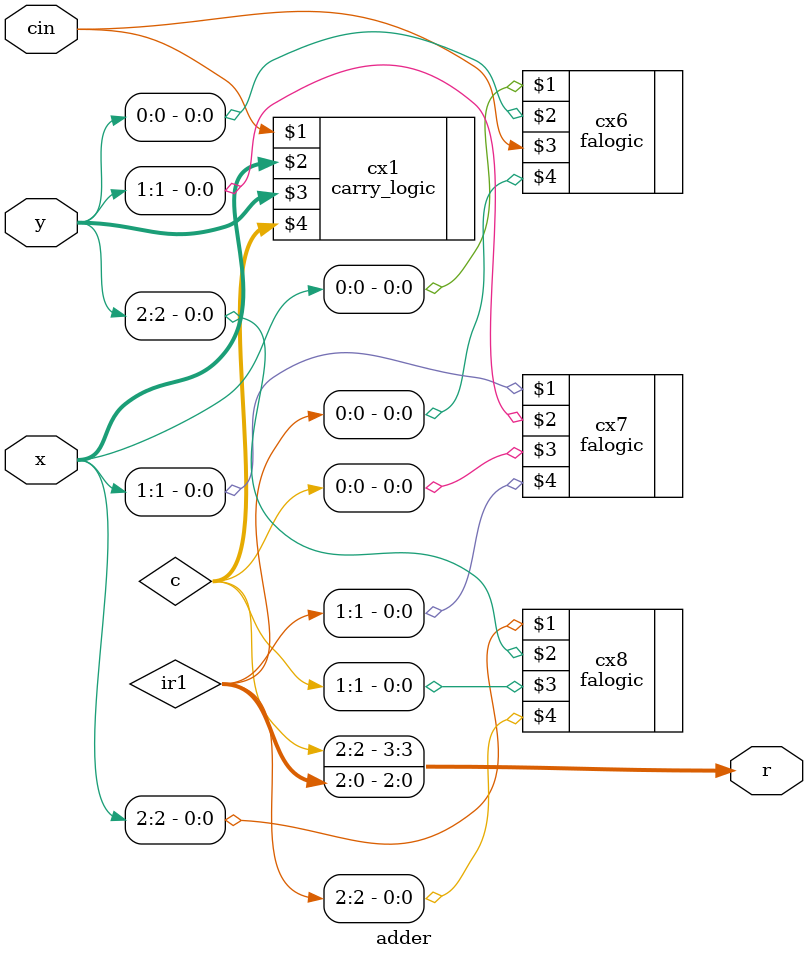
<source format=v>
`timescale 1ns / 1ps
module adder( // Add x, y, and cin and save the result to r
	input cin,
	input[2:0] x,
	input[2:0] y,	
	output [3:0] r
    );

	wire [2:0] c;
	wire [2:0] ir1;
	
	// Compute Carries
	carry_logic cx1(cin, x, y, c);
	
	// Compute R
	falogic cx6(x[0], y[0], cin, ir1[0]);
	falogic cx7(x[1], y[1], c[0], ir1[1]);
	falogic cx8(x[2], y[2], c[1], ir1[2]);
	
	// Assign result to r
	assign r = {c[2], ir1};
	
endmodule 
</source>
